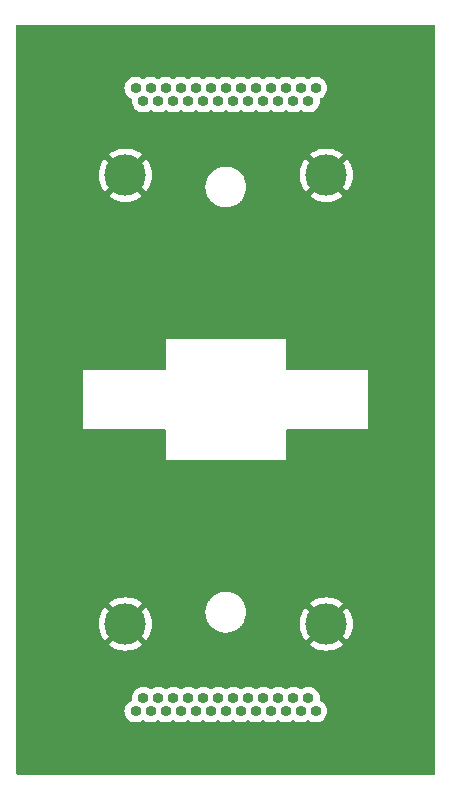
<source format=gbr>
%TF.GenerationSoftware,KiCad,Pcbnew,7.0.2*%
%TF.CreationDate,2023-09-29T19:09:54-06:00*%
%TF.ProjectId,micro-d-tes-aaray,6d696372-6f2d-4642-9d74-65732d616172,rev?*%
%TF.SameCoordinates,Original*%
%TF.FileFunction,Copper,L3,Inr*%
%TF.FilePolarity,Positive*%
%FSLAX46Y46*%
G04 Gerber Fmt 4.6, Leading zero omitted, Abs format (unit mm)*
G04 Created by KiCad (PCBNEW 7.0.2) date 2023-09-29 19:09:54*
%MOMM*%
%LPD*%
G01*
G04 APERTURE LIST*
%TA.AperFunction,ComponentPad*%
%ADD10C,3.500000*%
%TD*%
%TA.AperFunction,ComponentPad*%
%ADD11O,0.920000X0.920000*%
%TD*%
G04 APERTURE END LIST*
D10*
%TO.N,GND*%
%TO.C,H1*%
X9250000Y-50750000D03*
%TD*%
%TO.N,GND*%
%TO.C,H4*%
X9250000Y-12750000D03*
%TD*%
%TO.N,GND*%
%TO.C,H3*%
X26250000Y-50750000D03*
%TD*%
%TO.N,GND*%
%TO.C,H2*%
X26250000Y-12750000D03*
%TD*%
D11*
%TO.N,Net-(J1-Pin_1)*%
%TO.C,J99*%
X25370000Y-5374500D03*
%TO.N,Net-(J2-Pin_1)*%
X24100000Y-5374500D03*
%TO.N,Net-(J3-Pin_1)*%
X22830000Y-5374500D03*
%TO.N,Net-(J4-Pin_1)*%
X21560000Y-5374500D03*
%TO.N,Net-(J5-Pin_1)*%
X20290000Y-5374500D03*
%TO.N,Net-(J6-Pin_1)*%
X19020000Y-5374500D03*
%TO.N,Net-(J7-Pin_1)*%
X17750000Y-5374500D03*
%TO.N,Net-(J8-Pin_1)*%
X16480000Y-5374500D03*
%TO.N,Net-(J9-Pin_1)*%
X15210000Y-5374500D03*
%TO.N,Net-(J10-Pin_1)*%
X13940000Y-5374500D03*
%TO.N,Net-(J11-Pin_1)*%
X12670000Y-5374500D03*
%TO.N,Net-(J12-Pin_1)*%
X11400000Y-5374500D03*
%TO.N,Net-(J13-Pin_1)*%
X10130000Y-5374500D03*
%TO.N,Net-(J14-Pin_1)*%
X24735000Y-6474500D03*
%TO.N,Net-(J15-Pin_1)*%
X23465000Y-6474500D03*
%TO.N,Net-(J16-Pin_1)*%
X22195000Y-6474500D03*
%TO.N,Net-(J17-Pin_1)*%
X20925000Y-6474500D03*
%TO.N,Net-(J18-Pin_1)*%
X19655000Y-6474500D03*
%TO.N,Net-(J19-Pin_1)*%
X18385000Y-6474500D03*
%TO.N,Net-(J20-Pin_1)*%
X17115000Y-6474500D03*
%TO.N,Net-(J21-Pin_1)*%
X15845000Y-6474500D03*
%TO.N,Net-(J22-Pin_1)*%
X14575000Y-6474500D03*
%TO.N,Net-(J23-Pin_1)*%
X13305000Y-6474500D03*
%TO.N,Net-(J24-Pin_1)*%
X12035000Y-6474500D03*
%TO.N,Net-(J25-Pin_1)*%
X10765000Y-6474500D03*
%TD*%
%TO.N,Net-(D1-Pin_1)*%
%TO.C,J26*%
X10130000Y-58124500D03*
%TO.N,Net-(D2-Pin_1)*%
X11400000Y-58124500D03*
%TO.N,Net-(D3-Pin_1)*%
X12670000Y-58124500D03*
%TO.N,Net-(D4-Pin_1)*%
X13940000Y-58124500D03*
%TO.N,Net-(D5-Pin_1)*%
X15210000Y-58124500D03*
%TO.N,Net-(D6-Pin_1)*%
X16480000Y-58124500D03*
%TO.N,Net-(D7-Pin_1)*%
X17750000Y-58124500D03*
%TO.N,Net-(D8-Pin_1)*%
X19020000Y-58124500D03*
%TO.N,Net-(D9-Pin_1)*%
X20290000Y-58124500D03*
%TO.N,Net-(D10-Pin_1)*%
X21560000Y-58124500D03*
%TO.N,Net-(D11-Pin_1)*%
X22830000Y-58124500D03*
%TO.N,Net-(D12-Pin_1)*%
X24100000Y-58124500D03*
%TO.N,Net-(D13-Pin_1)*%
X25370000Y-58124500D03*
%TO.N,Net-(D14-Pin_1)*%
X10765000Y-57024500D03*
%TO.N,Net-(D15-Pin_1)*%
X12035000Y-57024500D03*
%TO.N,Net-(D16-Pin_1)*%
X13305000Y-57024500D03*
%TO.N,Net-(D17-Pin_1)*%
X14575000Y-57024500D03*
%TO.N,Net-(D18-Pin_1)*%
X15845000Y-57024500D03*
%TO.N,Net-(D19-Pin_1)*%
X17115000Y-57024500D03*
%TO.N,Net-(D20-Pin_1)*%
X18385000Y-57024500D03*
%TO.N,Net-(D21-Pin_1)*%
X19655000Y-57024500D03*
%TO.N,Net-(D22-Pin_1)*%
X20925000Y-57024500D03*
%TO.N,Net-(D23-Pin_1)*%
X22195000Y-57024500D03*
%TO.N,Net-(D24-Pin_1)*%
X23465000Y-57024500D03*
%TO.N,Net-(D25-Pin_1)*%
X24735000Y-57024500D03*
%TD*%
%TA.AperFunction,Conductor*%
%TO.N,GND*%
G36*
X35442539Y-20185D02*
G01*
X35488294Y-72989D01*
X35499500Y-124500D01*
X35499500Y-63375500D01*
X35479815Y-63442539D01*
X35427011Y-63488294D01*
X35375500Y-63499500D01*
X124500Y-63499500D01*
X57461Y-63479815D01*
X11706Y-63427011D01*
X500Y-63375500D01*
X500Y-58124500D01*
X9164853Y-58124500D01*
X9183397Y-58312789D01*
X9183398Y-58312791D01*
X9238320Y-58493846D01*
X9327510Y-58660707D01*
X9374409Y-58717854D01*
X9447537Y-58806962D01*
X9494999Y-58845912D01*
X9593793Y-58926990D01*
X9760654Y-59016180D01*
X9941709Y-59071102D01*
X10130000Y-59089647D01*
X10318291Y-59071102D01*
X10499346Y-59016180D01*
X10666207Y-58926990D01*
X10686332Y-58910473D01*
X10750642Y-58883158D01*
X10819510Y-58894948D01*
X10843662Y-58910469D01*
X10863793Y-58926990D01*
X11030654Y-59016180D01*
X11211709Y-59071102D01*
X11400000Y-59089647D01*
X11588291Y-59071102D01*
X11769346Y-59016180D01*
X11936207Y-58926990D01*
X11956332Y-58910473D01*
X12020642Y-58883158D01*
X12089510Y-58894948D01*
X12113662Y-58910469D01*
X12133793Y-58926990D01*
X12300654Y-59016180D01*
X12481709Y-59071102D01*
X12670000Y-59089647D01*
X12858291Y-59071102D01*
X13039346Y-59016180D01*
X13206207Y-58926990D01*
X13226335Y-58910470D01*
X13290644Y-58883158D01*
X13359512Y-58894949D01*
X13383663Y-58910470D01*
X13403793Y-58926990D01*
X13570654Y-59016180D01*
X13751709Y-59071102D01*
X13940000Y-59089647D01*
X14128291Y-59071102D01*
X14309346Y-59016180D01*
X14476207Y-58926990D01*
X14496333Y-58910472D01*
X14560641Y-58883158D01*
X14629509Y-58894948D01*
X14653663Y-58910470D01*
X14653667Y-58910473D01*
X14673793Y-58926990D01*
X14840654Y-59016180D01*
X15021709Y-59071102D01*
X15210000Y-59089647D01*
X15398291Y-59071102D01*
X15579346Y-59016180D01*
X15746207Y-58926990D01*
X15766332Y-58910473D01*
X15830642Y-58883158D01*
X15899510Y-58894948D01*
X15923662Y-58910469D01*
X15943793Y-58926990D01*
X16110654Y-59016180D01*
X16291709Y-59071102D01*
X16480000Y-59089647D01*
X16668291Y-59071102D01*
X16849346Y-59016180D01*
X17016207Y-58926990D01*
X17036333Y-58910472D01*
X17100641Y-58883158D01*
X17169509Y-58894948D01*
X17193663Y-58910470D01*
X17193667Y-58910473D01*
X17213793Y-58926990D01*
X17380654Y-59016180D01*
X17561709Y-59071102D01*
X17750000Y-59089647D01*
X17938291Y-59071102D01*
X18119346Y-59016180D01*
X18286207Y-58926990D01*
X18306335Y-58910470D01*
X18370644Y-58883158D01*
X18439512Y-58894949D01*
X18463663Y-58910470D01*
X18483793Y-58926990D01*
X18650654Y-59016180D01*
X18831709Y-59071102D01*
X19020000Y-59089647D01*
X19208291Y-59071102D01*
X19389346Y-59016180D01*
X19556207Y-58926990D01*
X19576333Y-58910472D01*
X19640641Y-58883158D01*
X19709509Y-58894948D01*
X19733663Y-58910470D01*
X19733667Y-58910473D01*
X19753793Y-58926990D01*
X19920654Y-59016180D01*
X20101709Y-59071102D01*
X20290000Y-59089647D01*
X20478291Y-59071102D01*
X20659346Y-59016180D01*
X20826207Y-58926990D01*
X20846335Y-58910470D01*
X20910644Y-58883158D01*
X20979512Y-58894949D01*
X21003663Y-58910470D01*
X21023793Y-58926990D01*
X21190654Y-59016180D01*
X21371709Y-59071102D01*
X21560000Y-59089647D01*
X21748291Y-59071102D01*
X21929346Y-59016180D01*
X22096207Y-58926990D01*
X22116333Y-58910472D01*
X22180641Y-58883158D01*
X22249509Y-58894948D01*
X22273663Y-58910470D01*
X22273667Y-58910473D01*
X22293793Y-58926990D01*
X22460654Y-59016180D01*
X22641709Y-59071102D01*
X22830000Y-59089647D01*
X23018291Y-59071102D01*
X23199346Y-59016180D01*
X23366207Y-58926990D01*
X23386335Y-58910470D01*
X23450644Y-58883158D01*
X23519512Y-58894949D01*
X23543663Y-58910470D01*
X23563793Y-58926990D01*
X23730654Y-59016180D01*
X23911709Y-59071102D01*
X24100000Y-59089647D01*
X24288291Y-59071102D01*
X24469346Y-59016180D01*
X24636207Y-58926990D01*
X24656333Y-58910472D01*
X24720641Y-58883158D01*
X24789509Y-58894948D01*
X24813663Y-58910470D01*
X24813667Y-58910473D01*
X24833793Y-58926990D01*
X25000654Y-59016180D01*
X25181709Y-59071102D01*
X25370000Y-59089647D01*
X25558291Y-59071102D01*
X25739346Y-59016180D01*
X25906207Y-58926990D01*
X26052462Y-58806962D01*
X26172490Y-58660707D01*
X26261680Y-58493846D01*
X26316602Y-58312791D01*
X26335147Y-58124500D01*
X26316602Y-57936209D01*
X26261680Y-57755154D01*
X26172490Y-57588293D01*
X26112476Y-57515165D01*
X26052462Y-57442037D01*
X25906207Y-57322010D01*
X25906203Y-57322008D01*
X25755683Y-57241552D01*
X25705841Y-57192591D01*
X25690381Y-57124454D01*
X25690731Y-57120099D01*
X25700147Y-57024500D01*
X25681602Y-56836209D01*
X25626680Y-56655154D01*
X25537490Y-56488293D01*
X25477475Y-56415165D01*
X25417462Y-56342037D01*
X25310247Y-56254049D01*
X25271207Y-56222010D01*
X25104346Y-56132820D01*
X25013818Y-56105359D01*
X24923289Y-56077897D01*
X24735000Y-56059353D01*
X24546710Y-56077897D01*
X24365651Y-56132821D01*
X24198794Y-56222009D01*
X24178661Y-56238531D01*
X24114350Y-56265842D01*
X24045483Y-56254048D01*
X24021334Y-56238528D01*
X24001207Y-56222010D01*
X23834346Y-56132820D01*
X23743818Y-56105359D01*
X23653289Y-56077897D01*
X23485569Y-56061378D01*
X23465000Y-56059353D01*
X23464999Y-56059353D01*
X23276710Y-56077897D01*
X23095651Y-56132821D01*
X22928793Y-56222009D01*
X22908664Y-56238529D01*
X22844353Y-56265841D01*
X22775486Y-56254049D01*
X22751336Y-56238529D01*
X22731206Y-56222009D01*
X22564348Y-56132821D01*
X22564347Y-56132820D01*
X22564346Y-56132820D01*
X22473818Y-56105359D01*
X22383289Y-56077897D01*
X22195000Y-56059353D01*
X22006710Y-56077897D01*
X21825651Y-56132821D01*
X21658794Y-56222009D01*
X21638661Y-56238531D01*
X21574350Y-56265842D01*
X21505483Y-56254048D01*
X21481334Y-56238528D01*
X21461207Y-56222010D01*
X21294346Y-56132820D01*
X21203818Y-56105359D01*
X21113289Y-56077897D01*
X20945569Y-56061378D01*
X20925000Y-56059353D01*
X20924999Y-56059353D01*
X20736710Y-56077897D01*
X20555651Y-56132821D01*
X20388793Y-56222009D01*
X20368664Y-56238529D01*
X20304353Y-56265841D01*
X20235486Y-56254049D01*
X20211336Y-56238529D01*
X20191206Y-56222009D01*
X20024348Y-56132821D01*
X20024347Y-56132820D01*
X20024346Y-56132820D01*
X19933818Y-56105359D01*
X19843289Y-56077897D01*
X19655000Y-56059353D01*
X19466710Y-56077897D01*
X19285651Y-56132821D01*
X19118794Y-56222009D01*
X19098661Y-56238531D01*
X19034350Y-56265842D01*
X18965483Y-56254048D01*
X18941334Y-56238528D01*
X18921207Y-56222010D01*
X18754346Y-56132820D01*
X18663818Y-56105359D01*
X18573289Y-56077897D01*
X18385000Y-56059353D01*
X18196710Y-56077897D01*
X18015651Y-56132821D01*
X17848793Y-56222009D01*
X17828664Y-56238529D01*
X17764353Y-56265841D01*
X17695486Y-56254049D01*
X17671336Y-56238529D01*
X17651206Y-56222009D01*
X17484348Y-56132821D01*
X17484347Y-56132820D01*
X17484346Y-56132820D01*
X17393818Y-56105359D01*
X17303289Y-56077897D01*
X17135569Y-56061378D01*
X17115000Y-56059353D01*
X17114999Y-56059353D01*
X16926710Y-56077897D01*
X16745651Y-56132821D01*
X16578794Y-56222009D01*
X16558661Y-56238531D01*
X16494350Y-56265842D01*
X16425483Y-56254048D01*
X16401334Y-56238528D01*
X16381207Y-56222010D01*
X16214346Y-56132820D01*
X16123818Y-56105359D01*
X16033289Y-56077897D01*
X15845000Y-56059353D01*
X15656710Y-56077897D01*
X15475651Y-56132821D01*
X15308793Y-56222009D01*
X15288664Y-56238529D01*
X15224353Y-56265841D01*
X15155486Y-56254049D01*
X15131336Y-56238529D01*
X15111206Y-56222009D01*
X14944348Y-56132821D01*
X14944347Y-56132820D01*
X14944346Y-56132820D01*
X14853818Y-56105359D01*
X14763289Y-56077897D01*
X14595569Y-56061378D01*
X14575000Y-56059353D01*
X14574999Y-56059353D01*
X14386710Y-56077897D01*
X14205651Y-56132821D01*
X14038794Y-56222009D01*
X14018661Y-56238531D01*
X13954350Y-56265842D01*
X13885483Y-56254048D01*
X13861334Y-56238528D01*
X13841207Y-56222010D01*
X13674346Y-56132820D01*
X13583818Y-56105359D01*
X13493289Y-56077897D01*
X13325569Y-56061378D01*
X13305000Y-56059353D01*
X13304999Y-56059353D01*
X13116710Y-56077897D01*
X12935651Y-56132821D01*
X12768793Y-56222009D01*
X12748664Y-56238529D01*
X12684353Y-56265841D01*
X12615486Y-56254049D01*
X12591336Y-56238529D01*
X12571206Y-56222009D01*
X12404348Y-56132821D01*
X12404347Y-56132820D01*
X12404346Y-56132820D01*
X12313818Y-56105359D01*
X12223289Y-56077897D01*
X12035000Y-56059353D01*
X11846710Y-56077897D01*
X11665651Y-56132821D01*
X11498794Y-56222009D01*
X11478661Y-56238531D01*
X11414350Y-56265842D01*
X11345483Y-56254048D01*
X11321334Y-56238528D01*
X11301207Y-56222010D01*
X11134346Y-56132820D01*
X11043818Y-56105359D01*
X10953289Y-56077897D01*
X10785569Y-56061378D01*
X10765000Y-56059353D01*
X10764999Y-56059353D01*
X10576710Y-56077897D01*
X10395651Y-56132821D01*
X10228794Y-56222009D01*
X10082537Y-56342037D01*
X9962509Y-56488294D01*
X9873321Y-56655151D01*
X9818397Y-56836210D01*
X9799853Y-57024500D01*
X9809262Y-57120042D01*
X9796243Y-57188688D01*
X9748177Y-57239398D01*
X9744314Y-57241552D01*
X9593794Y-57322008D01*
X9447537Y-57442037D01*
X9327509Y-57588294D01*
X9238321Y-57755151D01*
X9183397Y-57936210D01*
X9164853Y-58124500D01*
X500Y-58124500D01*
X500Y-50754043D01*
X6995437Y-50754043D01*
X7014197Y-51040271D01*
X7015253Y-51048293D01*
X7071210Y-51329608D01*
X7073307Y-51337436D01*
X7165505Y-51609038D01*
X7168607Y-51616528D01*
X7295466Y-51873774D01*
X7299516Y-51880788D01*
X7458866Y-52119271D01*
X7463805Y-52125708D01*
X7490405Y-52156039D01*
X7490406Y-52156039D01*
X8279438Y-51367007D01*
X8328348Y-51445999D01*
X8471931Y-51603501D01*
X8630388Y-51723163D01*
X7843959Y-52509592D01*
X7843959Y-52509593D01*
X7874291Y-52536194D01*
X7880728Y-52541133D01*
X8119211Y-52700483D01*
X8126225Y-52704533D01*
X8383471Y-52831392D01*
X8390961Y-52834494D01*
X8662563Y-52926692D01*
X8670391Y-52928789D01*
X8951706Y-52984746D01*
X8959728Y-52985802D01*
X9245957Y-53004563D01*
X9254043Y-53004563D01*
X9540271Y-52985802D01*
X9548293Y-52984746D01*
X9829608Y-52928789D01*
X9837436Y-52926692D01*
X10109038Y-52834494D01*
X10116528Y-52831392D01*
X10373774Y-52704533D01*
X10380788Y-52700483D01*
X10619273Y-52541132D01*
X10625698Y-52536201D01*
X10656040Y-52509592D01*
X9869611Y-51723163D01*
X10028069Y-51603501D01*
X10171652Y-51445999D01*
X10220560Y-51367008D01*
X11009592Y-52156040D01*
X11036201Y-52125698D01*
X11041132Y-52119273D01*
X11200483Y-51880788D01*
X11204533Y-51873774D01*
X11331392Y-51616528D01*
X11334494Y-51609038D01*
X11426692Y-51337436D01*
X11428789Y-51329608D01*
X11484746Y-51048293D01*
X11485802Y-51040271D01*
X11504563Y-50754043D01*
X11504563Y-50745956D01*
X11485802Y-50459728D01*
X11484746Y-50451706D01*
X11428789Y-50170391D01*
X11426692Y-50162563D01*
X11334494Y-49890961D01*
X11331392Y-49883471D01*
X11265571Y-49749999D01*
X16017655Y-49749999D01*
X16023735Y-49831125D01*
X16021668Y-49840781D01*
X16026345Y-49871058D01*
X16027450Y-49880696D01*
X16027719Y-49884277D01*
X16028067Y-49893566D01*
X16028067Y-49919090D01*
X16031165Y-49930271D01*
X16037004Y-50008191D01*
X16055825Y-50090650D01*
X16055156Y-50101568D01*
X16064959Y-50132544D01*
X16067630Y-50142368D01*
X16068573Y-50146500D01*
X16070228Y-50155161D01*
X16073802Y-50178303D01*
X16077942Y-50187549D01*
X16094619Y-50260619D01*
X16126701Y-50342361D01*
X16127758Y-50354295D01*
X16142887Y-50384849D01*
X16147182Y-50394546D01*
X16149237Y-50399782D01*
X16152023Y-50407652D01*
X16158327Y-50427574D01*
X16162991Y-50434827D01*
X16189212Y-50501636D01*
X16234745Y-50580501D01*
X16237808Y-50593130D01*
X16258209Y-50622133D01*
X16264171Y-50631470D01*
X16268002Y-50638105D01*
X16271741Y-50645086D01*
X16279687Y-50661134D01*
X16284366Y-50666447D01*
X16318670Y-50725865D01*
X16377481Y-50799610D01*
X16382767Y-50812558D01*
X16408167Y-50838951D01*
X16415767Y-50847621D01*
X16422313Y-50855829D01*
X16426790Y-50861803D01*
X16435058Y-50873557D01*
X16439269Y-50877091D01*
X16480101Y-50928292D01*
X16551639Y-50994670D01*
X16559289Y-51007514D01*
X16589218Y-51030328D01*
X16598377Y-51038036D01*
X16608836Y-51047741D01*
X16613825Y-51052641D01*
X16620861Y-51059952D01*
X16624171Y-51061971D01*
X16669894Y-51104396D01*
X16669900Y-51104400D01*
X16669901Y-51104401D01*
X16713263Y-51133965D01*
X16753241Y-51161221D01*
X16763321Y-51173514D01*
X16797135Y-51191902D01*
X16807750Y-51198385D01*
X16823372Y-51209036D01*
X16828693Y-51212873D01*
X16832767Y-51215978D01*
X16834813Y-51216836D01*
X16883827Y-51250254D01*
X16927181Y-51271131D01*
X16977668Y-51295445D01*
X16990159Y-51306722D01*
X17027072Y-51319980D01*
X17038958Y-51324961D01*
X17061245Y-51335693D01*
X17065761Y-51338006D01*
X17066359Y-51338156D01*
X17117104Y-51362594D01*
X17219776Y-51394264D01*
X17234563Y-51404053D01*
X17273657Y-51411635D01*
X17286587Y-51414872D01*
X17364517Y-51438911D01*
X17474019Y-51455415D01*
X17490898Y-51463263D01*
X17531190Y-51464808D01*
X17544920Y-51466102D01*
X17620542Y-51477500D01*
X17734590Y-51477500D01*
X17753287Y-51482990D01*
X17793759Y-51478318D01*
X17807980Y-51477500D01*
X17879457Y-51477500D01*
X17879458Y-51477500D01*
X17995495Y-51460010D01*
X18015639Y-51462767D01*
X18055227Y-51451888D01*
X18069599Y-51448841D01*
X18135483Y-51438911D01*
X18250781Y-51403345D01*
X18271945Y-51403057D01*
X18309645Y-51386157D01*
X18323817Y-51380817D01*
X18382896Y-51362594D01*
X18494593Y-51308803D01*
X18516275Y-51305232D01*
X18551108Y-51282675D01*
X18564694Y-51275044D01*
X18616172Y-51250254D01*
X18721347Y-51178546D01*
X18743012Y-51171539D01*
X18774085Y-51143847D01*
X18786731Y-51133968D01*
X18830099Y-51104401D01*
X18925848Y-51015558D01*
X18946926Y-51005052D01*
X18973453Y-50972886D01*
X18984772Y-50960884D01*
X19019898Y-50928293D01*
X19103406Y-50823576D01*
X19123302Y-50809611D01*
X19144618Y-50773757D01*
X19154249Y-50759822D01*
X19158858Y-50754043D01*
X23995437Y-50754043D01*
X24014197Y-51040271D01*
X24015253Y-51048293D01*
X24071210Y-51329608D01*
X24073307Y-51337436D01*
X24165505Y-51609038D01*
X24168607Y-51616528D01*
X24295466Y-51873774D01*
X24299516Y-51880788D01*
X24458866Y-52119271D01*
X24463805Y-52125708D01*
X24490405Y-52156039D01*
X24490406Y-52156039D01*
X25279438Y-51367007D01*
X25328348Y-51445999D01*
X25471931Y-51603501D01*
X25630388Y-51723163D01*
X24843959Y-52509592D01*
X24843959Y-52509593D01*
X24874291Y-52536194D01*
X24880728Y-52541133D01*
X25119211Y-52700483D01*
X25126225Y-52704533D01*
X25383471Y-52831392D01*
X25390961Y-52834494D01*
X25662563Y-52926692D01*
X25670391Y-52928789D01*
X25951706Y-52984746D01*
X25959728Y-52985802D01*
X26245957Y-53004563D01*
X26254043Y-53004563D01*
X26540271Y-52985802D01*
X26548293Y-52984746D01*
X26829608Y-52928789D01*
X26837436Y-52926692D01*
X27109038Y-52834494D01*
X27116528Y-52831392D01*
X27373774Y-52704533D01*
X27380788Y-52700483D01*
X27619273Y-52541132D01*
X27625698Y-52536201D01*
X27656040Y-52509592D01*
X26869611Y-51723163D01*
X27028069Y-51603501D01*
X27171652Y-51445999D01*
X27220560Y-51367008D01*
X28009592Y-52156040D01*
X28036201Y-52125698D01*
X28041132Y-52119273D01*
X28200483Y-51880788D01*
X28204533Y-51873774D01*
X28331392Y-51616528D01*
X28334494Y-51609038D01*
X28426692Y-51337436D01*
X28428789Y-51329608D01*
X28484746Y-51048293D01*
X28485802Y-51040271D01*
X28504563Y-50754043D01*
X28504563Y-50745956D01*
X28485802Y-50459728D01*
X28484746Y-50451706D01*
X28428789Y-50170391D01*
X28426692Y-50162563D01*
X28334494Y-49890961D01*
X28331392Y-49883471D01*
X28204533Y-49626225D01*
X28200483Y-49619211D01*
X28041133Y-49380728D01*
X28036194Y-49374291D01*
X28009592Y-49343959D01*
X27220560Y-50132991D01*
X27171652Y-50054001D01*
X27028069Y-49896499D01*
X26869610Y-49776835D01*
X27656039Y-48990406D01*
X27656039Y-48990405D01*
X27625708Y-48963805D01*
X27619271Y-48958866D01*
X27380788Y-48799516D01*
X27373774Y-48795466D01*
X27116528Y-48668607D01*
X27109038Y-48665505D01*
X26837436Y-48573307D01*
X26829608Y-48571210D01*
X26548293Y-48515253D01*
X26540271Y-48514197D01*
X26254043Y-48495437D01*
X26245957Y-48495437D01*
X25959728Y-48514197D01*
X25951706Y-48515253D01*
X25670391Y-48571210D01*
X25662563Y-48573307D01*
X25390961Y-48665505D01*
X25383471Y-48668607D01*
X25126225Y-48795466D01*
X25119211Y-48799516D01*
X24880723Y-48958869D01*
X24874295Y-48963801D01*
X24843958Y-48990405D01*
X24843958Y-48990406D01*
X25630388Y-49776836D01*
X25471931Y-49896499D01*
X25328348Y-50054001D01*
X25279439Y-50132991D01*
X24490406Y-49343958D01*
X24490405Y-49343958D01*
X24463801Y-49374295D01*
X24458869Y-49380723D01*
X24299516Y-49619211D01*
X24295466Y-49626225D01*
X24168607Y-49883471D01*
X24165505Y-49890961D01*
X24073307Y-50162563D01*
X24071210Y-50170391D01*
X24015253Y-50451706D01*
X24014197Y-50459728D01*
X23995437Y-50745956D01*
X23995437Y-50754043D01*
X19158858Y-50754043D01*
X19181330Y-50725864D01*
X19231998Y-50638105D01*
X19249965Y-50606985D01*
X19268098Y-50589693D01*
X19283685Y-50551021D01*
X19291300Y-50535388D01*
X19310788Y-50501636D01*
X19405381Y-50260617D01*
X19462995Y-50008192D01*
X19482344Y-49750000D01*
X19462995Y-49491808D01*
X19405381Y-49239383D01*
X19310788Y-48998364D01*
X19291307Y-48964622D01*
X19283686Y-48948980D01*
X19271270Y-48918175D01*
X19249967Y-48893019D01*
X19181328Y-48774132D01*
X19154259Y-48740189D01*
X19144619Y-48726243D01*
X19127508Y-48697463D01*
X19103410Y-48676428D01*
X19019898Y-48571707D01*
X18984778Y-48539120D01*
X18973455Y-48527116D01*
X18951997Y-48501096D01*
X18925849Y-48484442D01*
X18830096Y-48395596D01*
X18786740Y-48366036D01*
X18774092Y-48356156D01*
X18748769Y-48333588D01*
X18721351Y-48321455D01*
X18616172Y-48249746D01*
X18616171Y-48249745D01*
X18616169Y-48249744D01*
X18564714Y-48224965D01*
X18551114Y-48217327D01*
X18522515Y-48198807D01*
X18494593Y-48191196D01*
X18382900Y-48137407D01*
X18323822Y-48119184D01*
X18309649Y-48113844D01*
X18278476Y-48099869D01*
X18250781Y-48096653D01*
X18135485Y-48061089D01*
X18069616Y-48051161D01*
X18055241Y-48048114D01*
X18022270Y-48039053D01*
X17995496Y-48039989D01*
X17879459Y-48022500D01*
X17879458Y-48022500D01*
X17807975Y-48022500D01*
X17793755Y-48021682D01*
X17759824Y-48017765D01*
X17734589Y-48022500D01*
X17620542Y-48022500D01*
X17544939Y-48033895D01*
X17531207Y-48035189D01*
X17497191Y-48036492D01*
X17474020Y-48044584D01*
X17364515Y-48061089D01*
X17286612Y-48085119D01*
X17273671Y-48088360D01*
X17240452Y-48094802D01*
X17219778Y-48105735D01*
X17117101Y-48137406D01*
X17066361Y-48161842D01*
X17065906Y-48161916D01*
X17061223Y-48164316D01*
X17038971Y-48175033D01*
X17027079Y-48180016D01*
X16995508Y-48191354D01*
X16977669Y-48204554D01*
X16883828Y-48249746D01*
X16834810Y-48283165D01*
X16833208Y-48283682D01*
X16828678Y-48287136D01*
X16823363Y-48290969D01*
X16807760Y-48301607D01*
X16797147Y-48308089D01*
X16768038Y-48323918D01*
X16753243Y-48338776D01*
X16669900Y-48395599D01*
X16624171Y-48438029D01*
X16621539Y-48439340D01*
X16613806Y-48447376D01*
X16608807Y-48452285D01*
X16598392Y-48461949D01*
X16589222Y-48469668D01*
X16563304Y-48489424D01*
X16551640Y-48505329D01*
X16480101Y-48571708D01*
X16439269Y-48622908D01*
X16435862Y-48625299D01*
X16426788Y-48638199D01*
X16422320Y-48644161D01*
X16415776Y-48652368D01*
X16408169Y-48661047D01*
X16386034Y-48684046D01*
X16377482Y-48700386D01*
X16318671Y-48774132D01*
X16284365Y-48833553D01*
X16280486Y-48837250D01*
X16271739Y-48854917D01*
X16268005Y-48861888D01*
X16264174Y-48868524D01*
X16258209Y-48877867D01*
X16240329Y-48903287D01*
X16234747Y-48919495D01*
X16189212Y-48998364D01*
X16162992Y-49065171D01*
X16158989Y-49070331D01*
X16152020Y-49092354D01*
X16149231Y-49100233D01*
X16147196Y-49105419D01*
X16142889Y-49115146D01*
X16129550Y-49142084D01*
X16126702Y-49157636D01*
X16094619Y-49239383D01*
X16077942Y-49312449D01*
X16074195Y-49319147D01*
X16070226Y-49344842D01*
X16068576Y-49353483D01*
X16067635Y-49357609D01*
X16064960Y-49367450D01*
X16056268Y-49394914D01*
X16055825Y-49409348D01*
X16037004Y-49491808D01*
X16031165Y-49569727D01*
X16028067Y-49577947D01*
X16028067Y-49606433D01*
X16027718Y-49615727D01*
X16027449Y-49619306D01*
X16026345Y-49628938D01*
X16022176Y-49655931D01*
X16023735Y-49668872D01*
X16017655Y-49749999D01*
X11265571Y-49749999D01*
X11204533Y-49626225D01*
X11200483Y-49619211D01*
X11041133Y-49380728D01*
X11036194Y-49374291D01*
X11009592Y-49343959D01*
X10220560Y-50132991D01*
X10171652Y-50054001D01*
X10028069Y-49896499D01*
X9869610Y-49776835D01*
X10656039Y-48990406D01*
X10656039Y-48990405D01*
X10625708Y-48963805D01*
X10619271Y-48958866D01*
X10380788Y-48799516D01*
X10373774Y-48795466D01*
X10116528Y-48668607D01*
X10109038Y-48665505D01*
X9837436Y-48573307D01*
X9829608Y-48571210D01*
X9548293Y-48515253D01*
X9540271Y-48514197D01*
X9254043Y-48495437D01*
X9245957Y-48495437D01*
X8959728Y-48514197D01*
X8951706Y-48515253D01*
X8670391Y-48571210D01*
X8662563Y-48573307D01*
X8390961Y-48665505D01*
X8383471Y-48668607D01*
X8126225Y-48795466D01*
X8119211Y-48799516D01*
X7880723Y-48958869D01*
X7874295Y-48963801D01*
X7843958Y-48990405D01*
X7843958Y-48990406D01*
X8630388Y-49776836D01*
X8471931Y-49896499D01*
X8328348Y-50054001D01*
X8279439Y-50132991D01*
X7490406Y-49343958D01*
X7490405Y-49343958D01*
X7463801Y-49374295D01*
X7458869Y-49380723D01*
X7299516Y-49619211D01*
X7295466Y-49626225D01*
X7168607Y-49883471D01*
X7165505Y-49890961D01*
X7073307Y-50162563D01*
X7071210Y-50170391D01*
X7015253Y-50451706D01*
X7014197Y-50459728D01*
X6995437Y-50745956D01*
X6995437Y-50754043D01*
X500Y-50754043D01*
X500Y-34225889D01*
X5679416Y-34225889D01*
X5679459Y-34250000D01*
X5679501Y-34250101D01*
X5679616Y-34250382D01*
X5679618Y-34250384D01*
X5679808Y-34250462D01*
X5680000Y-34250541D01*
X5680002Y-34250539D01*
X5704616Y-34250524D01*
X5704616Y-34250528D01*
X5704760Y-34250500D01*
X12555500Y-34250500D01*
X12622539Y-34270185D01*
X12668294Y-34322989D01*
X12679500Y-34374500D01*
X12679500Y-36825467D01*
X12679416Y-36825889D01*
X12679459Y-36850000D01*
X12679501Y-36850101D01*
X12679616Y-36850382D01*
X12679618Y-36850384D01*
X12679808Y-36850462D01*
X12680000Y-36850541D01*
X12680002Y-36850539D01*
X12704616Y-36850524D01*
X12704616Y-36850528D01*
X12704760Y-36850500D01*
X22795240Y-36850500D01*
X22795383Y-36850528D01*
X22795384Y-36850524D01*
X22819997Y-36850539D01*
X22820000Y-36850541D01*
X22820383Y-36850383D01*
X22820500Y-36850099D01*
X22820541Y-36850000D01*
X22820540Y-36849997D01*
X22820583Y-36825889D01*
X22820500Y-36825467D01*
X22820500Y-34374500D01*
X22840185Y-34307461D01*
X22892989Y-34261706D01*
X22944500Y-34250500D01*
X29795240Y-34250500D01*
X29795383Y-34250528D01*
X29795384Y-34250524D01*
X29819997Y-34250539D01*
X29820000Y-34250541D01*
X29820383Y-34250383D01*
X29820500Y-34250099D01*
X29820541Y-34250000D01*
X29820540Y-34249997D01*
X29820583Y-34225889D01*
X29820500Y-34225467D01*
X29820500Y-29274759D01*
X29820528Y-29274616D01*
X29820524Y-29274616D01*
X29820539Y-29250002D01*
X29820541Y-29250000D01*
X29820462Y-29249808D01*
X29820384Y-29249618D01*
X29820383Y-29249617D01*
X29820379Y-29249615D01*
X29820097Y-29249499D01*
X29820000Y-29249459D01*
X29795446Y-29249459D01*
X29795240Y-29249500D01*
X22944500Y-29249500D01*
X22877461Y-29229815D01*
X22831706Y-29177011D01*
X22820500Y-29125500D01*
X22820500Y-26674759D01*
X22820528Y-26674616D01*
X22820524Y-26674616D01*
X22820539Y-26650002D01*
X22820541Y-26650000D01*
X22820462Y-26649808D01*
X22820384Y-26649618D01*
X22820383Y-26649617D01*
X22820379Y-26649615D01*
X22820097Y-26649499D01*
X22820000Y-26649459D01*
X22795446Y-26649459D01*
X22795240Y-26649500D01*
X12704760Y-26649500D01*
X12704554Y-26649459D01*
X12679999Y-26649459D01*
X12679900Y-26649500D01*
X12679618Y-26649615D01*
X12679615Y-26649618D01*
X12679459Y-26649999D01*
X12679476Y-26674616D01*
X12679471Y-26674616D01*
X12679500Y-26674759D01*
X12679500Y-29125500D01*
X12659815Y-29192539D01*
X12607011Y-29238294D01*
X12555500Y-29249500D01*
X5704760Y-29249500D01*
X5704554Y-29249459D01*
X5679999Y-29249459D01*
X5679900Y-29249500D01*
X5679618Y-29249615D01*
X5679615Y-29249618D01*
X5679459Y-29249999D01*
X5679476Y-29274616D01*
X5679471Y-29274616D01*
X5679500Y-29274759D01*
X5679500Y-34225467D01*
X5679416Y-34225889D01*
X500Y-34225889D01*
X500Y-12754043D01*
X6995437Y-12754043D01*
X7014197Y-13040271D01*
X7015253Y-13048293D01*
X7071210Y-13329608D01*
X7073307Y-13337436D01*
X7165505Y-13609038D01*
X7168607Y-13616528D01*
X7295466Y-13873774D01*
X7299516Y-13880788D01*
X7458866Y-14119271D01*
X7463805Y-14125708D01*
X7490405Y-14156039D01*
X7490406Y-14156039D01*
X8279438Y-13367007D01*
X8328348Y-13445999D01*
X8471931Y-13603501D01*
X8630388Y-13723163D01*
X7843959Y-14509592D01*
X7843959Y-14509593D01*
X7874291Y-14536194D01*
X7880728Y-14541133D01*
X8119211Y-14700483D01*
X8126225Y-14704533D01*
X8383471Y-14831392D01*
X8390961Y-14834494D01*
X8662563Y-14926692D01*
X8670391Y-14928789D01*
X8951706Y-14984746D01*
X8959728Y-14985802D01*
X9245957Y-15004563D01*
X9254043Y-15004563D01*
X9540271Y-14985802D01*
X9548293Y-14984746D01*
X9829608Y-14928789D01*
X9837436Y-14926692D01*
X10109038Y-14834494D01*
X10116528Y-14831392D01*
X10373774Y-14704533D01*
X10380788Y-14700483D01*
X10619273Y-14541132D01*
X10625698Y-14536201D01*
X10656040Y-14509592D01*
X9869611Y-13723163D01*
X10028069Y-13603501D01*
X10171652Y-13445999D01*
X10220560Y-13367008D01*
X11009592Y-14156040D01*
X11036201Y-14125698D01*
X11041132Y-14119273D01*
X11200483Y-13880788D01*
X11204533Y-13873774D01*
X11265572Y-13749999D01*
X16017655Y-13749999D01*
X16023735Y-13831125D01*
X16021668Y-13840781D01*
X16026345Y-13871058D01*
X16027450Y-13880696D01*
X16027719Y-13884277D01*
X16028067Y-13893566D01*
X16028067Y-13919090D01*
X16031165Y-13930271D01*
X16037004Y-14008191D01*
X16055825Y-14090650D01*
X16055156Y-14101568D01*
X16064959Y-14132544D01*
X16067630Y-14142368D01*
X16068573Y-14146500D01*
X16070228Y-14155161D01*
X16073802Y-14178303D01*
X16077942Y-14187549D01*
X16094619Y-14260619D01*
X16126701Y-14342361D01*
X16127758Y-14354295D01*
X16142887Y-14384849D01*
X16147182Y-14394546D01*
X16149237Y-14399782D01*
X16152023Y-14407652D01*
X16158327Y-14427574D01*
X16162991Y-14434827D01*
X16189212Y-14501636D01*
X16234745Y-14580501D01*
X16237808Y-14593130D01*
X16258209Y-14622133D01*
X16264171Y-14631470D01*
X16268002Y-14638105D01*
X16271741Y-14645086D01*
X16279687Y-14661134D01*
X16284366Y-14666447D01*
X16318670Y-14725865D01*
X16377481Y-14799610D01*
X16382767Y-14812558D01*
X16408167Y-14838951D01*
X16415767Y-14847621D01*
X16422313Y-14855829D01*
X16426790Y-14861803D01*
X16435058Y-14873557D01*
X16439269Y-14877091D01*
X16480101Y-14928292D01*
X16551639Y-14994670D01*
X16559289Y-15007514D01*
X16589218Y-15030328D01*
X16598377Y-15038036D01*
X16608836Y-15047741D01*
X16613825Y-15052641D01*
X16620861Y-15059952D01*
X16624171Y-15061971D01*
X16669894Y-15104396D01*
X16669900Y-15104400D01*
X16669901Y-15104401D01*
X16713263Y-15133965D01*
X16753241Y-15161221D01*
X16763321Y-15173514D01*
X16797135Y-15191902D01*
X16807750Y-15198385D01*
X16823372Y-15209036D01*
X16828693Y-15212873D01*
X16832767Y-15215978D01*
X16834813Y-15216836D01*
X16883827Y-15250254D01*
X16927181Y-15271131D01*
X16977668Y-15295445D01*
X16990159Y-15306722D01*
X17027072Y-15319980D01*
X17038958Y-15324961D01*
X17061245Y-15335693D01*
X17065761Y-15338006D01*
X17066359Y-15338156D01*
X17117104Y-15362594D01*
X17219776Y-15394264D01*
X17234563Y-15404053D01*
X17273657Y-15411635D01*
X17286587Y-15414872D01*
X17364517Y-15438911D01*
X17474019Y-15455415D01*
X17490898Y-15463263D01*
X17531190Y-15464808D01*
X17544920Y-15466102D01*
X17620542Y-15477500D01*
X17734590Y-15477500D01*
X17753287Y-15482990D01*
X17793759Y-15478318D01*
X17807980Y-15477500D01*
X17879457Y-15477500D01*
X17879458Y-15477500D01*
X17995495Y-15460010D01*
X18015639Y-15462767D01*
X18055227Y-15451888D01*
X18069599Y-15448841D01*
X18135483Y-15438911D01*
X18250781Y-15403345D01*
X18271945Y-15403057D01*
X18309645Y-15386157D01*
X18323817Y-15380817D01*
X18382896Y-15362594D01*
X18494593Y-15308803D01*
X18516275Y-15305232D01*
X18551108Y-15282675D01*
X18564694Y-15275044D01*
X18616172Y-15250254D01*
X18721347Y-15178546D01*
X18743012Y-15171539D01*
X18774085Y-15143847D01*
X18786731Y-15133968D01*
X18830099Y-15104401D01*
X18925848Y-15015558D01*
X18946926Y-15005052D01*
X18973453Y-14972886D01*
X18984772Y-14960884D01*
X19019898Y-14928293D01*
X19103406Y-14823576D01*
X19123302Y-14809611D01*
X19144618Y-14773757D01*
X19154249Y-14759822D01*
X19181330Y-14725864D01*
X19231998Y-14638105D01*
X19249965Y-14606985D01*
X19268098Y-14589693D01*
X19283685Y-14551021D01*
X19291300Y-14535388D01*
X19310788Y-14501636D01*
X19405381Y-14260617D01*
X19462995Y-14008192D01*
X19482344Y-13750000D01*
X19462995Y-13491808D01*
X19405381Y-13239383D01*
X19310788Y-12998364D01*
X19291307Y-12964622D01*
X19283686Y-12948980D01*
X19271270Y-12918175D01*
X19249967Y-12893019D01*
X19181328Y-12774132D01*
X19165307Y-12754043D01*
X23995437Y-12754043D01*
X24014197Y-13040271D01*
X24015253Y-13048293D01*
X24071210Y-13329608D01*
X24073307Y-13337436D01*
X24165505Y-13609038D01*
X24168607Y-13616528D01*
X24295466Y-13873774D01*
X24299516Y-13880788D01*
X24458866Y-14119271D01*
X24463805Y-14125708D01*
X24490405Y-14156039D01*
X24490406Y-14156039D01*
X25279438Y-13367007D01*
X25328348Y-13445999D01*
X25471931Y-13603501D01*
X25630388Y-13723163D01*
X24843959Y-14509592D01*
X24843959Y-14509593D01*
X24874291Y-14536194D01*
X24880728Y-14541133D01*
X25119211Y-14700483D01*
X25126225Y-14704533D01*
X25383471Y-14831392D01*
X25390961Y-14834494D01*
X25662563Y-14926692D01*
X25670391Y-14928789D01*
X25951706Y-14984746D01*
X25959728Y-14985802D01*
X26245957Y-15004563D01*
X26254043Y-15004563D01*
X26540271Y-14985802D01*
X26548293Y-14984746D01*
X26829608Y-14928789D01*
X26837436Y-14926692D01*
X27109038Y-14834494D01*
X27116528Y-14831392D01*
X27373774Y-14704533D01*
X27380788Y-14700483D01*
X27619273Y-14541132D01*
X27625698Y-14536201D01*
X27656040Y-14509592D01*
X26869611Y-13723163D01*
X27028069Y-13603501D01*
X27171652Y-13445999D01*
X27220560Y-13367008D01*
X28009592Y-14156040D01*
X28036201Y-14125698D01*
X28041132Y-14119273D01*
X28200483Y-13880788D01*
X28204533Y-13873774D01*
X28331392Y-13616528D01*
X28334494Y-13609038D01*
X28426692Y-13337436D01*
X28428789Y-13329608D01*
X28484746Y-13048293D01*
X28485802Y-13040271D01*
X28504563Y-12754043D01*
X28504563Y-12745956D01*
X28485802Y-12459728D01*
X28484746Y-12451706D01*
X28428789Y-12170391D01*
X28426692Y-12162563D01*
X28334494Y-11890961D01*
X28331392Y-11883471D01*
X28204533Y-11626225D01*
X28200483Y-11619211D01*
X28041133Y-11380728D01*
X28036194Y-11374291D01*
X28009592Y-11343959D01*
X27220560Y-12132991D01*
X27171652Y-12054001D01*
X27028069Y-11896499D01*
X26869610Y-11776835D01*
X27656039Y-10990406D01*
X27656039Y-10990405D01*
X27625708Y-10963805D01*
X27619271Y-10958866D01*
X27380788Y-10799516D01*
X27373774Y-10795466D01*
X27116528Y-10668607D01*
X27109038Y-10665505D01*
X26837436Y-10573307D01*
X26829608Y-10571210D01*
X26548293Y-10515253D01*
X26540271Y-10514197D01*
X26254043Y-10495437D01*
X26245957Y-10495437D01*
X25959728Y-10514197D01*
X25951706Y-10515253D01*
X25670391Y-10571210D01*
X25662563Y-10573307D01*
X25390961Y-10665505D01*
X25383471Y-10668607D01*
X25126225Y-10795466D01*
X25119211Y-10799516D01*
X24880723Y-10958869D01*
X24874295Y-10963801D01*
X24843958Y-10990405D01*
X24843958Y-10990406D01*
X25630388Y-11776836D01*
X25471931Y-11896499D01*
X25328348Y-12054001D01*
X25279439Y-12132991D01*
X24490406Y-11343958D01*
X24490405Y-11343958D01*
X24463801Y-11374295D01*
X24458869Y-11380723D01*
X24299516Y-11619211D01*
X24295466Y-11626225D01*
X24168607Y-11883471D01*
X24165505Y-11890961D01*
X24073307Y-12162563D01*
X24071210Y-12170391D01*
X24015253Y-12451706D01*
X24014197Y-12459728D01*
X23995437Y-12745956D01*
X23995437Y-12754043D01*
X19165307Y-12754043D01*
X19154259Y-12740189D01*
X19144619Y-12726243D01*
X19127508Y-12697463D01*
X19103410Y-12676428D01*
X19019898Y-12571707D01*
X18984778Y-12539120D01*
X18973455Y-12527116D01*
X18951997Y-12501096D01*
X18925849Y-12484442D01*
X18830096Y-12395596D01*
X18786740Y-12366036D01*
X18774092Y-12356156D01*
X18748769Y-12333588D01*
X18721351Y-12321455D01*
X18616172Y-12249746D01*
X18616171Y-12249745D01*
X18616169Y-12249744D01*
X18564714Y-12224965D01*
X18551114Y-12217327D01*
X18522515Y-12198807D01*
X18494593Y-12191196D01*
X18382900Y-12137407D01*
X18323822Y-12119184D01*
X18309649Y-12113844D01*
X18278476Y-12099869D01*
X18250781Y-12096653D01*
X18135485Y-12061089D01*
X18069616Y-12051161D01*
X18055241Y-12048114D01*
X18022270Y-12039053D01*
X17995496Y-12039989D01*
X17879459Y-12022500D01*
X17879458Y-12022500D01*
X17807975Y-12022500D01*
X17793755Y-12021682D01*
X17759824Y-12017765D01*
X17734589Y-12022500D01*
X17620542Y-12022500D01*
X17544939Y-12033895D01*
X17531207Y-12035189D01*
X17497191Y-12036492D01*
X17474020Y-12044584D01*
X17364515Y-12061089D01*
X17286612Y-12085119D01*
X17273671Y-12088360D01*
X17240452Y-12094802D01*
X17219778Y-12105735D01*
X17117101Y-12137406D01*
X17066361Y-12161842D01*
X17065906Y-12161916D01*
X17061223Y-12164316D01*
X17038971Y-12175033D01*
X17027079Y-12180016D01*
X16995508Y-12191354D01*
X16977669Y-12204554D01*
X16883828Y-12249746D01*
X16834810Y-12283165D01*
X16833208Y-12283682D01*
X16828678Y-12287136D01*
X16823363Y-12290969D01*
X16807760Y-12301607D01*
X16797147Y-12308089D01*
X16768038Y-12323918D01*
X16753243Y-12338776D01*
X16669900Y-12395599D01*
X16624171Y-12438029D01*
X16621539Y-12439340D01*
X16613806Y-12447376D01*
X16608807Y-12452285D01*
X16598392Y-12461949D01*
X16589222Y-12469668D01*
X16563304Y-12489424D01*
X16551640Y-12505329D01*
X16480101Y-12571708D01*
X16439269Y-12622908D01*
X16435862Y-12625299D01*
X16426788Y-12638199D01*
X16422320Y-12644161D01*
X16415776Y-12652368D01*
X16408169Y-12661047D01*
X16386034Y-12684046D01*
X16377482Y-12700386D01*
X16318671Y-12774132D01*
X16284365Y-12833553D01*
X16280486Y-12837250D01*
X16271739Y-12854917D01*
X16268005Y-12861888D01*
X16264174Y-12868524D01*
X16258209Y-12877867D01*
X16240329Y-12903287D01*
X16234747Y-12919495D01*
X16189212Y-12998364D01*
X16162992Y-13065171D01*
X16158989Y-13070331D01*
X16152020Y-13092354D01*
X16149231Y-13100233D01*
X16147196Y-13105419D01*
X16142889Y-13115146D01*
X16129550Y-13142084D01*
X16126702Y-13157636D01*
X16094619Y-13239383D01*
X16077942Y-13312449D01*
X16074195Y-13319147D01*
X16070226Y-13344842D01*
X16068576Y-13353483D01*
X16067635Y-13357609D01*
X16064960Y-13367450D01*
X16056268Y-13394914D01*
X16055825Y-13409348D01*
X16037004Y-13491808D01*
X16031165Y-13569727D01*
X16028067Y-13577947D01*
X16028067Y-13606433D01*
X16027718Y-13615727D01*
X16027449Y-13619306D01*
X16026345Y-13628938D01*
X16022176Y-13655931D01*
X16023735Y-13668872D01*
X16017655Y-13749999D01*
X11265572Y-13749999D01*
X11331392Y-13616528D01*
X11334494Y-13609038D01*
X11426692Y-13337436D01*
X11428789Y-13329608D01*
X11484746Y-13048293D01*
X11485802Y-13040271D01*
X11504563Y-12754043D01*
X11504563Y-12745956D01*
X11485802Y-12459728D01*
X11484746Y-12451706D01*
X11428789Y-12170391D01*
X11426692Y-12162563D01*
X11334494Y-11890961D01*
X11331392Y-11883471D01*
X11204533Y-11626225D01*
X11200483Y-11619211D01*
X11041133Y-11380728D01*
X11036194Y-11374291D01*
X11009592Y-11343959D01*
X10220560Y-12132991D01*
X10171652Y-12054001D01*
X10028069Y-11896499D01*
X9869610Y-11776835D01*
X10656039Y-10990406D01*
X10656039Y-10990405D01*
X10625708Y-10963805D01*
X10619271Y-10958866D01*
X10380788Y-10799516D01*
X10373774Y-10795466D01*
X10116528Y-10668607D01*
X10109038Y-10665505D01*
X9837436Y-10573307D01*
X9829608Y-10571210D01*
X9548293Y-10515253D01*
X9540271Y-10514197D01*
X9254043Y-10495437D01*
X9245957Y-10495437D01*
X8959728Y-10514197D01*
X8951706Y-10515253D01*
X8670391Y-10571210D01*
X8662563Y-10573307D01*
X8390961Y-10665505D01*
X8383471Y-10668607D01*
X8126225Y-10795466D01*
X8119211Y-10799516D01*
X7880723Y-10958869D01*
X7874295Y-10963801D01*
X7843958Y-10990405D01*
X7843958Y-10990406D01*
X8630388Y-11776836D01*
X8471931Y-11896499D01*
X8328348Y-12054001D01*
X8279439Y-12132991D01*
X7490406Y-11343958D01*
X7490405Y-11343958D01*
X7463801Y-11374295D01*
X7458869Y-11380723D01*
X7299516Y-11619211D01*
X7295466Y-11626225D01*
X7168607Y-11883471D01*
X7165505Y-11890961D01*
X7073307Y-12162563D01*
X7071210Y-12170391D01*
X7015253Y-12451706D01*
X7014197Y-12459728D01*
X6995437Y-12745956D01*
X6995437Y-12754043D01*
X500Y-12754043D01*
X500Y-5374500D01*
X9164853Y-5374500D01*
X9183397Y-5562789D01*
X9183398Y-5562791D01*
X9238320Y-5743846D01*
X9327510Y-5910707D01*
X9374409Y-5967854D01*
X9447537Y-6056962D01*
X9520665Y-6116976D01*
X9593793Y-6176990D01*
X9744314Y-6257446D01*
X9794158Y-6306407D01*
X9809618Y-6374545D01*
X9809263Y-6378957D01*
X9799853Y-6474499D01*
X9818397Y-6662789D01*
X9818398Y-6662791D01*
X9873320Y-6843846D01*
X9962510Y-7010707D01*
X10009409Y-7067854D01*
X10082537Y-7156962D01*
X10129999Y-7195912D01*
X10228793Y-7276990D01*
X10395654Y-7366180D01*
X10576709Y-7421102D01*
X10765000Y-7439647D01*
X10953291Y-7421102D01*
X11134346Y-7366180D01*
X11301207Y-7276990D01*
X11321335Y-7260470D01*
X11385644Y-7233158D01*
X11454512Y-7244949D01*
X11478663Y-7260470D01*
X11498793Y-7276990D01*
X11665654Y-7366180D01*
X11846709Y-7421102D01*
X12035000Y-7439647D01*
X12223291Y-7421102D01*
X12404346Y-7366180D01*
X12571207Y-7276990D01*
X12591335Y-7260470D01*
X12655644Y-7233158D01*
X12724512Y-7244949D01*
X12748663Y-7260470D01*
X12768793Y-7276990D01*
X12935654Y-7366180D01*
X13116709Y-7421102D01*
X13305000Y-7439647D01*
X13493291Y-7421102D01*
X13674346Y-7366180D01*
X13841207Y-7276990D01*
X13861335Y-7260470D01*
X13925644Y-7233158D01*
X13994512Y-7244949D01*
X14018663Y-7260470D01*
X14038793Y-7276990D01*
X14205654Y-7366180D01*
X14386709Y-7421102D01*
X14575000Y-7439647D01*
X14763291Y-7421102D01*
X14944346Y-7366180D01*
X15111207Y-7276990D01*
X15131335Y-7260470D01*
X15195644Y-7233158D01*
X15264512Y-7244949D01*
X15288663Y-7260470D01*
X15308793Y-7276990D01*
X15475654Y-7366180D01*
X15656709Y-7421102D01*
X15845000Y-7439647D01*
X16033291Y-7421102D01*
X16214346Y-7366180D01*
X16381207Y-7276990D01*
X16401335Y-7260470D01*
X16465644Y-7233158D01*
X16534512Y-7244949D01*
X16558663Y-7260470D01*
X16578793Y-7276990D01*
X16745654Y-7366180D01*
X16926709Y-7421102D01*
X17115000Y-7439647D01*
X17303291Y-7421102D01*
X17484346Y-7366180D01*
X17651207Y-7276990D01*
X17671335Y-7260470D01*
X17735644Y-7233158D01*
X17804512Y-7244949D01*
X17828663Y-7260470D01*
X17848793Y-7276990D01*
X18015654Y-7366180D01*
X18196709Y-7421102D01*
X18385000Y-7439647D01*
X18573291Y-7421102D01*
X18754346Y-7366180D01*
X18921207Y-7276990D01*
X18941335Y-7260470D01*
X19005644Y-7233158D01*
X19074512Y-7244949D01*
X19098663Y-7260470D01*
X19118793Y-7276990D01*
X19285654Y-7366180D01*
X19466709Y-7421102D01*
X19655000Y-7439647D01*
X19843291Y-7421102D01*
X20024346Y-7366180D01*
X20191207Y-7276990D01*
X20211335Y-7260470D01*
X20275644Y-7233158D01*
X20344512Y-7244949D01*
X20368663Y-7260470D01*
X20388793Y-7276990D01*
X20555654Y-7366180D01*
X20736709Y-7421102D01*
X20925000Y-7439647D01*
X21113291Y-7421102D01*
X21294346Y-7366180D01*
X21461207Y-7276990D01*
X21481335Y-7260470D01*
X21545644Y-7233158D01*
X21614512Y-7244949D01*
X21638663Y-7260470D01*
X21658793Y-7276990D01*
X21825654Y-7366180D01*
X22006709Y-7421102D01*
X22195000Y-7439647D01*
X22383291Y-7421102D01*
X22564346Y-7366180D01*
X22731207Y-7276990D01*
X22751335Y-7260470D01*
X22815644Y-7233158D01*
X22884512Y-7244949D01*
X22908663Y-7260470D01*
X22928793Y-7276990D01*
X23095654Y-7366180D01*
X23276709Y-7421102D01*
X23465000Y-7439647D01*
X23653291Y-7421102D01*
X23834346Y-7366180D01*
X24001207Y-7276990D01*
X24021335Y-7260470D01*
X24085644Y-7233158D01*
X24154512Y-7244949D01*
X24178663Y-7260470D01*
X24198793Y-7276990D01*
X24365654Y-7366180D01*
X24546709Y-7421102D01*
X24735000Y-7439647D01*
X24923291Y-7421102D01*
X25104346Y-7366180D01*
X25271207Y-7276990D01*
X25417462Y-7156962D01*
X25537490Y-7010707D01*
X25626680Y-6843846D01*
X25681602Y-6662791D01*
X25700147Y-6474500D01*
X25690736Y-6378954D01*
X25703754Y-6310312D01*
X25751819Y-6259601D01*
X25755642Y-6257469D01*
X25906207Y-6176990D01*
X26052462Y-6056962D01*
X26172490Y-5910707D01*
X26261680Y-5743846D01*
X26316602Y-5562791D01*
X26335147Y-5374500D01*
X26316602Y-5186209D01*
X26261680Y-5005154D01*
X26172490Y-4838293D01*
X26112476Y-4765165D01*
X26052462Y-4692037D01*
X25945247Y-4604049D01*
X25906207Y-4572010D01*
X25739346Y-4482820D01*
X25648818Y-4455358D01*
X25558289Y-4427897D01*
X25370000Y-4409353D01*
X25181710Y-4427897D01*
X25000651Y-4482821D01*
X24833793Y-4572009D01*
X24813664Y-4588529D01*
X24749353Y-4615841D01*
X24680486Y-4604049D01*
X24656336Y-4588529D01*
X24636206Y-4572009D01*
X24469348Y-4482821D01*
X24469347Y-4482820D01*
X24469346Y-4482820D01*
X24378818Y-4455358D01*
X24288289Y-4427897D01*
X24100000Y-4409353D01*
X23911710Y-4427897D01*
X23730651Y-4482821D01*
X23563793Y-4572009D01*
X23543664Y-4588529D01*
X23479353Y-4615841D01*
X23410486Y-4604049D01*
X23386336Y-4588529D01*
X23366206Y-4572009D01*
X23199348Y-4482821D01*
X23199347Y-4482820D01*
X23199346Y-4482820D01*
X23108818Y-4455358D01*
X23018289Y-4427897D01*
X22850569Y-4411378D01*
X22830000Y-4409353D01*
X22829999Y-4409353D01*
X22641710Y-4427897D01*
X22460651Y-4482821D01*
X22293793Y-4572009D01*
X22273664Y-4588529D01*
X22209353Y-4615841D01*
X22140486Y-4604049D01*
X22116336Y-4588529D01*
X22096206Y-4572009D01*
X21929348Y-4482821D01*
X21929347Y-4482820D01*
X21929346Y-4482820D01*
X21838818Y-4455358D01*
X21748289Y-4427897D01*
X21560000Y-4409353D01*
X21371710Y-4427897D01*
X21190651Y-4482821D01*
X21023793Y-4572009D01*
X21003664Y-4588529D01*
X20939353Y-4615841D01*
X20870486Y-4604049D01*
X20846336Y-4588529D01*
X20826206Y-4572009D01*
X20659348Y-4482821D01*
X20659347Y-4482820D01*
X20659346Y-4482820D01*
X20568818Y-4455359D01*
X20478289Y-4427897D01*
X20290000Y-4409353D01*
X20101710Y-4427897D01*
X19920651Y-4482821D01*
X19753793Y-4572009D01*
X19733664Y-4588529D01*
X19669353Y-4615841D01*
X19600486Y-4604049D01*
X19576336Y-4588529D01*
X19556206Y-4572009D01*
X19389348Y-4482821D01*
X19389347Y-4482820D01*
X19389346Y-4482820D01*
X19298818Y-4455359D01*
X19208289Y-4427897D01*
X19020000Y-4409353D01*
X18831710Y-4427897D01*
X18650651Y-4482821D01*
X18483793Y-4572009D01*
X18463664Y-4588529D01*
X18399353Y-4615841D01*
X18330486Y-4604049D01*
X18306336Y-4588529D01*
X18286206Y-4572009D01*
X18119348Y-4482821D01*
X18119347Y-4482820D01*
X18119346Y-4482820D01*
X18028818Y-4455359D01*
X17938289Y-4427897D01*
X17750000Y-4409353D01*
X17561710Y-4427897D01*
X17380651Y-4482821D01*
X17213793Y-4572009D01*
X17193664Y-4588529D01*
X17129353Y-4615841D01*
X17060486Y-4604049D01*
X17036336Y-4588529D01*
X17016206Y-4572009D01*
X16849348Y-4482821D01*
X16849347Y-4482820D01*
X16849346Y-4482820D01*
X16758818Y-4455359D01*
X16668289Y-4427897D01*
X16480000Y-4409353D01*
X16291710Y-4427897D01*
X16110651Y-4482821D01*
X15943794Y-4572009D01*
X15923661Y-4588531D01*
X15859350Y-4615842D01*
X15790483Y-4604048D01*
X15766334Y-4588528D01*
X15746207Y-4572010D01*
X15579346Y-4482820D01*
X15488818Y-4455359D01*
X15398289Y-4427897D01*
X15210000Y-4409353D01*
X15021710Y-4427897D01*
X14840651Y-4482821D01*
X14673794Y-4572009D01*
X14653661Y-4588531D01*
X14589350Y-4615842D01*
X14520483Y-4604048D01*
X14496334Y-4588528D01*
X14476207Y-4572010D01*
X14309346Y-4482820D01*
X14218818Y-4455359D01*
X14128289Y-4427897D01*
X13960569Y-4411378D01*
X13940000Y-4409353D01*
X13939999Y-4409353D01*
X13751710Y-4427897D01*
X13570651Y-4482821D01*
X13403794Y-4572009D01*
X13383661Y-4588531D01*
X13319350Y-4615842D01*
X13250483Y-4604048D01*
X13226334Y-4588528D01*
X13206207Y-4572010D01*
X13039346Y-4482820D01*
X12948818Y-4455359D01*
X12858289Y-4427897D01*
X12670000Y-4409353D01*
X12481710Y-4427897D01*
X12300651Y-4482821D01*
X12133794Y-4572009D01*
X12113661Y-4588531D01*
X12049350Y-4615842D01*
X11980483Y-4604048D01*
X11956334Y-4588528D01*
X11936207Y-4572010D01*
X11769346Y-4482820D01*
X11678818Y-4455359D01*
X11588289Y-4427897D01*
X11400000Y-4409353D01*
X11211710Y-4427897D01*
X11030651Y-4482821D01*
X10863794Y-4572009D01*
X10843661Y-4588531D01*
X10779350Y-4615842D01*
X10710483Y-4604048D01*
X10686334Y-4588528D01*
X10666207Y-4572010D01*
X10499346Y-4482820D01*
X10408818Y-4455359D01*
X10318289Y-4427897D01*
X10130000Y-4409353D01*
X9941710Y-4427897D01*
X9760651Y-4482821D01*
X9593794Y-4572009D01*
X9447537Y-4692037D01*
X9327509Y-4838294D01*
X9238321Y-5005151D01*
X9183397Y-5186210D01*
X9164853Y-5374500D01*
X500Y-5374500D01*
X500Y-124500D01*
X20185Y-57461D01*
X72989Y-11706D01*
X124500Y-500D01*
X35375500Y-500D01*
X35442539Y-20185D01*
G37*
%TD.AperFunction*%
%TD*%
M02*

</source>
